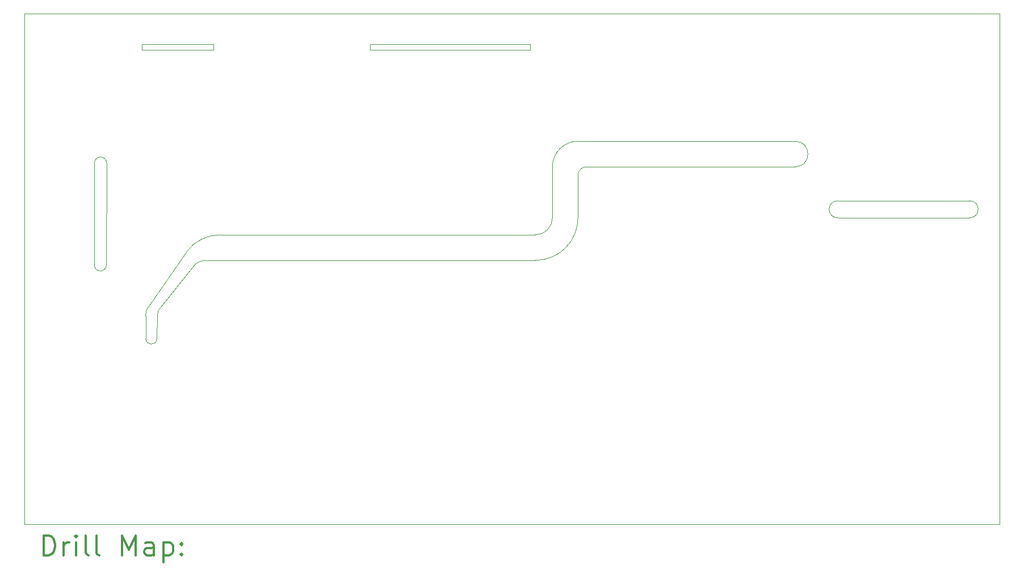
<source format=gbr>
%FSLAX45Y45*%
G04 Gerber Fmt 4.5, Leading zero omitted, Abs format (unit mm)*
G04 Created by KiCad (PCBNEW (5.1.6)-1) date 2021-09-22 13:30:48*
%MOMM*%
%LPD*%
G01*
G04 APERTURE LIST*
%TA.AperFunction,Profile*%
%ADD10C,0.050000*%
%TD*%
%TA.AperFunction,Profile*%
%ADD11C,0.100000*%
%TD*%
%ADD12C,0.200000*%
%ADD13C,0.300000*%
G04 APERTURE END LIST*
D10*
X4132013Y-5995328D02*
G75*
G02*
X3966000Y-5996000I-83013J1328D01*
G01*
D11*
X4138395Y-5651500D02*
X4132013Y-5995328D01*
D10*
X10541000Y-3429000D02*
X10922000Y-3429000D01*
X10922000Y-3048000D02*
X10414000Y-3048000D01*
X10414000Y-3556000D02*
G75*
G02*
X10541000Y-3429000I127000J0D01*
G01*
X10033000Y-3429000D02*
G75*
G02*
X10414000Y-3048000I381000J0D01*
G01*
X3380000Y-4889500D02*
G75*
G02*
X3200000Y-4889500I-90000J-5000D01*
G01*
X3202000Y-3378500D02*
G75*
G02*
X3382000Y-3378500I90000J5000D01*
G01*
X3380000Y-4889500D02*
X3382000Y-3378500D01*
X3202000Y-3378500D02*
X3200000Y-4889500D01*
X4697151Y-4887348D02*
G75*
G02*
X4862685Y-4826000I165533J-192652D01*
G01*
X3964484Y-5651500D02*
G75*
G02*
X4000500Y-5524500I241923J0D01*
G01*
X4138395Y-5651500D02*
G75*
G02*
X4191000Y-5524500I179605J0D01*
G01*
X4578362Y-4690662D02*
X4000500Y-5524500D01*
X4578362Y-4690662D02*
G75*
G02*
X5080000Y-4445000I501638J-389338D01*
G01*
X14287500Y-4191000D02*
G75*
G02*
X14287500Y-3937000I0J127000D01*
G01*
X13652500Y-3048000D02*
G75*
G02*
X13652500Y-3429000I0J-190500D01*
G01*
D11*
X4978400Y-1600200D02*
X4978400Y-1689100D01*
X3911600Y-1600200D02*
X4978400Y-1600200D01*
X3911600Y-1689100D02*
X3911600Y-1600200D01*
X4978400Y-1689100D02*
X3911600Y-1689100D01*
X9702800Y-1600200D02*
X9702800Y-1689100D01*
X7315200Y-1600200D02*
X9702800Y-1600200D01*
X7315200Y-1689100D02*
X7315200Y-1600200D01*
X9702800Y-1689100D02*
X7315200Y-1689100D01*
D10*
X16256000Y-3937000D02*
G75*
G02*
X16256000Y-4191000I0J-127000D01*
G01*
X10414000Y-4191000D02*
G75*
G02*
X9779000Y-4826000I-635000J0D01*
G01*
X10033000Y-4191000D02*
G75*
G02*
X9779000Y-4445000I-254000J0D01*
G01*
D11*
X10033000Y-3746500D02*
X10033000Y-3429000D01*
X10033000Y-3746500D02*
X10033000Y-4191000D01*
X10414000Y-3556000D02*
X10414000Y-4191000D01*
X10922000Y-3048000D02*
X11303000Y-3048000D01*
X11366500Y-3429000D02*
X10922000Y-3429000D01*
X15875000Y-3937000D02*
X16256000Y-3937000D01*
X16256000Y-4191000D02*
X15875000Y-4191000D01*
X11303000Y-3048000D02*
X13652500Y-3048000D01*
X13652500Y-3429000D02*
X11366500Y-3429000D01*
X15875000Y-4191000D02*
X14287500Y-4191000D01*
X14287500Y-3937000D02*
X15875000Y-3937000D01*
X5080000Y-4445000D02*
X9779000Y-4445000D01*
X3966000Y-5996000D02*
X3964484Y-5651500D01*
X4697151Y-4887348D02*
X4191000Y-5524500D01*
X9779000Y-4826000D02*
X4862685Y-4826000D01*
D10*
X2159000Y-8763000D02*
X2159000Y-1143000D01*
X16700500Y-1143000D02*
X2159000Y-1143000D01*
X16700500Y-8763000D02*
X2159000Y-8763000D01*
X16700500Y-8763000D02*
X16700500Y-1143000D01*
D12*
D13*
X2442928Y-9231214D02*
X2442928Y-8931214D01*
X2514357Y-8931214D01*
X2557214Y-8945500D01*
X2585786Y-8974072D01*
X2600071Y-9002643D01*
X2614357Y-9059786D01*
X2614357Y-9102643D01*
X2600071Y-9159786D01*
X2585786Y-9188357D01*
X2557214Y-9216929D01*
X2514357Y-9231214D01*
X2442928Y-9231214D01*
X2742928Y-9231214D02*
X2742928Y-9031214D01*
X2742928Y-9088357D02*
X2757214Y-9059786D01*
X2771500Y-9045500D01*
X2800071Y-9031214D01*
X2828643Y-9031214D01*
X2928643Y-9231214D02*
X2928643Y-9031214D01*
X2928643Y-8931214D02*
X2914357Y-8945500D01*
X2928643Y-8959786D01*
X2942928Y-8945500D01*
X2928643Y-8931214D01*
X2928643Y-8959786D01*
X3114357Y-9231214D02*
X3085786Y-9216929D01*
X3071500Y-9188357D01*
X3071500Y-8931214D01*
X3271500Y-9231214D02*
X3242928Y-9216929D01*
X3228643Y-9188357D01*
X3228643Y-8931214D01*
X3614357Y-9231214D02*
X3614357Y-8931214D01*
X3714357Y-9145500D01*
X3814357Y-8931214D01*
X3814357Y-9231214D01*
X4085786Y-9231214D02*
X4085786Y-9074072D01*
X4071500Y-9045500D01*
X4042928Y-9031214D01*
X3985786Y-9031214D01*
X3957214Y-9045500D01*
X4085786Y-9216929D02*
X4057214Y-9231214D01*
X3985786Y-9231214D01*
X3957214Y-9216929D01*
X3942928Y-9188357D01*
X3942928Y-9159786D01*
X3957214Y-9131214D01*
X3985786Y-9116929D01*
X4057214Y-9116929D01*
X4085786Y-9102643D01*
X4228643Y-9031214D02*
X4228643Y-9331214D01*
X4228643Y-9045500D02*
X4257214Y-9031214D01*
X4314357Y-9031214D01*
X4342928Y-9045500D01*
X4357214Y-9059786D01*
X4371500Y-9088357D01*
X4371500Y-9174072D01*
X4357214Y-9202643D01*
X4342928Y-9216929D01*
X4314357Y-9231214D01*
X4257214Y-9231214D01*
X4228643Y-9216929D01*
X4500071Y-9202643D02*
X4514357Y-9216929D01*
X4500071Y-9231214D01*
X4485786Y-9216929D01*
X4500071Y-9202643D01*
X4500071Y-9231214D01*
X4500071Y-9045500D02*
X4514357Y-9059786D01*
X4500071Y-9074072D01*
X4485786Y-9059786D01*
X4500071Y-9045500D01*
X4500071Y-9074072D01*
M02*

</source>
